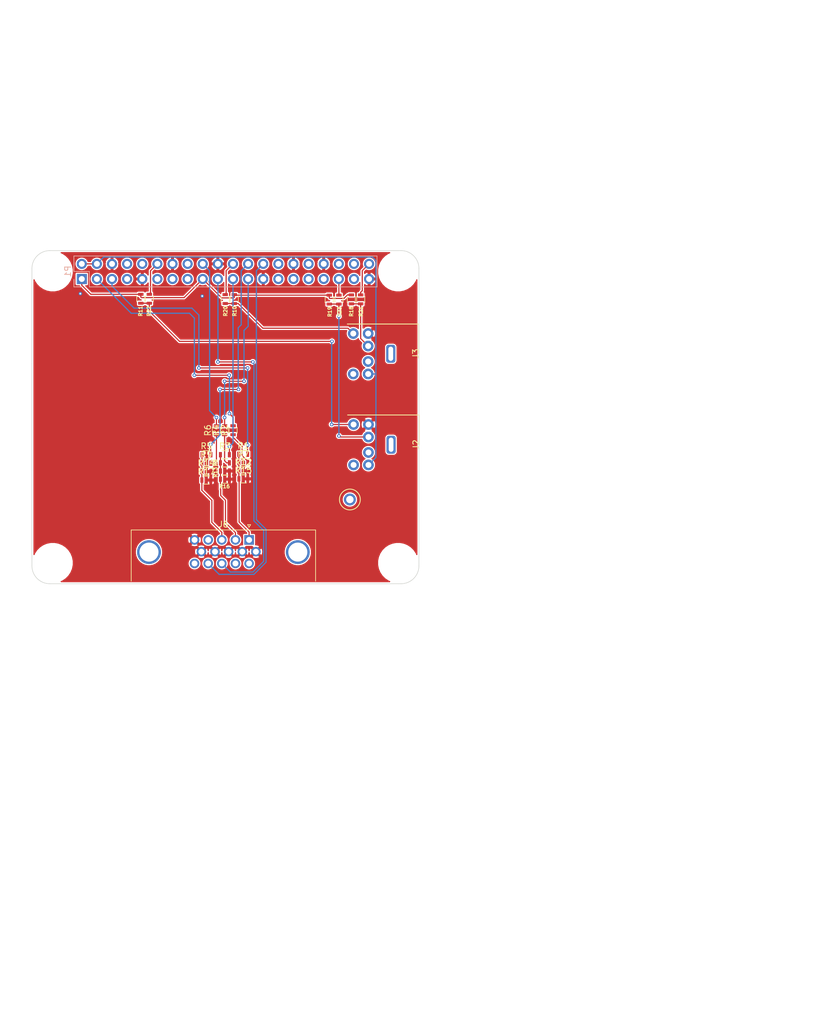
<source format=kicad_pcb>
(kicad_pcb (version 20171130) (host pcbnew "(5.1.0)-1")
  (title_block (title "Obsidian ESP32") (date 2019-05-05) (rev 1.2) (company "Single Board Solutions LLC") (comment 2 "This document describes Open Hardware and is licensed under the CERN OHL v. 1.2") (comment 3 "Copyright Thomas McKahan 2019"))
  (layers (0 F.Cu signal) (31 B.Cu signal) (34 B.Paste user) (35 F.Paste user) (36 B.SilkS user) (37 F.SilkS user) (38 B.Mask user) (39 F.Mask user) (44 Edge.Cuts user))
  (net 0 "")
  (net 1 +5V)
  (net 2 GND)
  (net 3 +3.3VP)
  (net 4 /TXD)
  (net 5 /RXD)
  (net 6 "Net-(J6-PadR2)")
  (net 7 RED)
  (net 8 GREEN)
  (net 9 BLUE)
  (net 10 "Net-(J6-Pad4)")
  (net 11 "Net-(J6-Pad11)")
  (net 12 "Net-(J6-Pad12)")
  (net 13 HSYNC)
  (net 14 VSYNC)
  (net 15 "Net-(J6-Pad15)")
  (net 16 KBD_DAT)
  (net 17 "Net-(P1-Pad38)")
  (net 18 "Net-(P1-Pad37)")
  (net 19 "Net-(P1-Pad36)")
  (net 20 PS2_DAT)
  (net 21 "Net-(P1-Pad33)")
  (net 22 "Net-(P1-Pad32)")
  (net 23 "Net-(P1-Pad31)")
  (net 24 "Net-(P1-Pad29)")
  (net 25 "Net-(P1-Pad28)")
  (net 26 "Net-(P1-Pad27)")
  (net 27 BLUE_MSB)
  (net 28 GREEN_LSB)
  (net 29 KBD_CLK)
  (net 30 GREEN_MSB)
  (net 31 BLUE_LSB)
  (net 32 "Net-(P1-Pad16)")
  (net 33 "Net-(P1-Pad15)")
  (net 34 "Net-(P1-Pad13)")
  (net 35 PS2_CLK)
  (net 36 "Net-(P1-Pad11)")
  (net 37 "Net-(P1-Pad7)")
  (net 38 RED_MSB)
  (net 39 RED_LSB)
  (net 40 "Net-(R2-Pad1)")
  (net 41 "Net-(R4-Pad1)")
  (net 42 "Net-(R6-Pad1)")
  (net 43 "Net-(J3-Pad5)")
  (net 44 "Net-(J2-Pad5)")
  (net 45 "Net-(J3-Pad1)")
  (net 46 "Net-(J2-Pad1)")
  (net 47 "Net-(J2-Pad2)")
  (net 48 "Net-(J2-Pad6)")
  (net 49 "Net-(J3-Pad6)")
  (net 50 "Net-(J3-Pad2)")
  (module Measurement_Points:Test_Point_Keystone_5010-5014_Multipurpose (layer F.Cu) (at 173.1395 97.422)
    (fp_text reference "Ring 2")
    (fp_text value Test_Point hide)
    (fp_circle (center 0 0) (end 1.75 0) (layer F.SilkS) (width 0.15))
    (pad 1 thru_hole circle (at 0 0) (size 2 2) (drill 1.25) (layers *.Cu *.Mask) (net 6 "Net-(J6-PadR2)"))
  )
  (module MountingHole:MountingHole_2.7mm_M2.5 (layer F.Cu) (at 181.236 108.0825)
    (fp_text reference MK4 hide)
    (fp_text value M2.5)
    (pad "" np_thru_hole circle (at 0 0) (size 2.7 2.7) (drill 2.7) (layers *.Cu *.Mask) (clearance 2))
  )
  (module MountingHole:MountingHole_2.7mm_M2.5 (layer F.Cu) (at 123.236 108.0825)
    (fp_text reference MK3 hide)
    (fp_text value M2.5)
    (pad "" np_thru_hole circle (at 0 0) (size 2.7 2.7) (drill 2.7) (layers *.Cu *.Mask) (clearance 2))
  )
  (module MountingHole:MountingHole_2.7mm_M2.5 (layer F.Cu) (at 181.236 59.0825 180)
    (fp_text reference MK2 hide)
    (fp_text value M2.5)
    (pad "" np_thru_hole circle (at 0 0 180) (size 2.7 2.7) (drill 2.7) (layers *.Cu *.Mask) (clearance 2))
  )
  (module MountingHole:MountingHole_2.7mm_M2.5 (layer F.Cu) (at 123.236 59.0825 180)
    (fp_text reference MK1 hide)
    (fp_text value M2.5)
    (pad "" np_thru_hole circle (at 0 0 180) (size 2.7 2.7) (drill 2.7) (layers *.Cu *.Mask) (clearance 2))
  )
  (module Socket_Strips:Socket_Strip_Straight_2x20_Pitch2.54mm (layer B.Cu) (at 128.106 60.3525 270)
    (fp_text reference P1 (at -1.27 2.33 270) (layer B.SilkS) (effects (justify mirror)))
    (fp_text value "2x40 2.54")
    (fp_line (start 1.33 1.33) (end 0.06 1.33) (layer B.SilkS) (width 0.12))
    (fp_line (start 1.33 0) (end 1.33 1.33) (layer B.SilkS) (width 0.12))
    (fp_line (start -1.27 -1.27) (end 1.33 -1.27) (layer B.SilkS) (width 0.12))
    (fp_line (start -1.27 1.33) (end -1.27 -1.27) (layer B.SilkS) (width 0.12))
    (fp_line (start -3.87 1.33) (end -1.27 1.33) (layer B.SilkS) (width 0.12))
    (fp_line (start -3.87 -49.59) (end -3.87 1.33) (layer B.SilkS) (width 0.12))
    (fp_line (start 1.33 -49.59) (end -3.87 -49.59) (layer B.SilkS) (width 0.12))
    (fp_line (start 1.33 -1.27) (end 1.33 -49.59) (layer B.SilkS) (width 0.12))
    (pad 40 thru_hole oval (at -2.54 -48.26 270) (size 1.7 1.7) (drill 1) (layers *.Cu *.Mask) (net 16 KBD_DAT))
    (pad 39 thru_hole oval (at 0 -48.26 270) (size 1.7 1.7) (drill 1) (layers *.Cu *.Mask) (net 2 GND))
    (pad 38 thru_hole oval (at -2.54 -45.72 270) (size 1.7 1.7) (drill 1) (layers *.Cu *.Mask) (net 17 "Net-(P1-Pad38)"))
    (pad 37 thru_hole oval (at 0 -45.72 270) (size 1.7 1.7) (drill 1) (layers *.Cu *.Mask) (net 18 "Net-(P1-Pad37)"))
    (pad 36 thru_hole oval (at -2.54 -43.18 270) (size 1.7 1.7) (drill 1) (layers *.Cu *.Mask) (net 19 "Net-(P1-Pad36)"))
    (pad 35 thru_hole oval (at 0 -43.18 270) (size 1.7 1.7) (drill 1) (layers *.Cu *.Mask) (net 20 PS2_DAT))
    (pad 34 thru_hole oval (at -2.54 -40.64 270) (size 1.7 1.7) (drill 1) (layers *.Cu *.Mask) (net 2 GND))
    (pad 33 thru_hole oval (at 0 -40.64 270) (size 1.7 1.7) (drill 1) (layers *.Cu *.Mask) (net 21 "Net-(P1-Pad33)"))
    (pad 32 thru_hole oval (at -2.54 -38.1 270) (size 1.7 1.7) (drill 1) (layers *.Cu *.Mask) (net 22 "Net-(P1-Pad32)"))
    (pad 31 thru_hole oval (at 0 -38.1 270) (size 1.7 1.7) (drill 1) (layers *.Cu *.Mask) (net 23 "Net-(P1-Pad31)"))
    (pad 30 thru_hole oval (at -2.54 -35.56 270) (size 1.7 1.7) (drill 1) (layers *.Cu *.Mask) (net 2 GND))
    (pad 29 thru_hole oval (at 0 -35.56 270) (size 1.7 1.7) (drill 1) (layers *.Cu *.Mask) (net 24 "Net-(P1-Pad29)"))
    (pad 28 thru_hole oval (at -2.54 -33.02 270) (size 1.7 1.7) (drill 1) (layers *.Cu *.Mask) (net 25 "Net-(P1-Pad28)"))
    (pad 27 thru_hole oval (at 0 -33.02 270) (size 1.7 1.7) (drill 1) (layers *.Cu *.Mask) (net 26 "Net-(P1-Pad27)"))
    (pad 26 thru_hole oval (at -2.54 -30.48 270) (size 1.7 1.7) (drill 1) (layers *.Cu *.Mask) (net 14 VSYNC))
    (pad 25 thru_hole oval (at 0 -30.48 270) (size 1.7 1.7) (drill 1) (layers *.Cu *.Mask) (net 2 GND))
    (pad 24 thru_hole oval (at -2.54 -27.94 270) (size 1.7 1.7) (drill 1) (layers *.Cu *.Mask) (net 27 BLUE_MSB))
    (pad 23 thru_hole oval (at 0 -27.94 270) (size 1.7 1.7) (drill 1) (layers *.Cu *.Mask) (net 28 GREEN_LSB))
    (pad 22 thru_hole oval (at -2.54 -25.4 270) (size 1.7 1.7) (drill 1) (layers *.Cu *.Mask) (net 29 KBD_CLK))
    (pad 21 thru_hole oval (at 0 -25.4 270) (size 1.7 1.7) (drill 1) (layers *.Cu *.Mask) (net 30 GREEN_MSB))
    (pad 20 thru_hole oval (at -2.54 -22.86 270) (size 1.7 1.7) (drill 1) (layers *.Cu *.Mask) (net 2 GND))
    (pad 19 thru_hole oval (at 0 -22.86 270) (size 1.7 1.7) (drill 1) (layers *.Cu *.Mask) (net 13 HSYNC))
    (pad 18 thru_hole oval (at -2.54 -20.32 270) (size 1.7 1.7) (drill 1) (layers *.Cu *.Mask) (net 31 BLUE_LSB))
    (pad 17 thru_hole oval (at 0 -20.32 270) (size 1.7 1.7) (drill 1) (layers *.Cu *.Mask) (net 3 +3.3VP))
    (pad 16 thru_hole oval (at -2.54 -17.78 270) (size 1.7 1.7) (drill 1) (layers *.Cu *.Mask) (net 32 "Net-(P1-Pad16)"))
    (pad 15 thru_hole oval (at 0 -17.78 270) (size 1.7 1.7) (drill 1) (layers *.Cu *.Mask) (net 33 "Net-(P1-Pad15)"))
    (pad 14 thru_hole oval (at -2.54 -15.24 270) (size 1.7 1.7) (drill 1) (layers *.Cu *.Mask) (net 2 GND))
    (pad 13 thru_hole oval (at 0 -15.24 270) (size 1.7 1.7) (drill 1) (layers *.Cu *.Mask) (net 34 "Net-(P1-Pad13)"))
    (pad 12 thru_hole oval (at -2.54 -12.7 270) (size 1.7 1.7) (drill 1) (layers *.Cu *.Mask) (net 35 PS2_CLK))
    (pad 11 thru_hole oval (at 0 -12.7 270) (size 1.7 1.7) (drill 1) (layers *.Cu *.Mask) (net 36 "Net-(P1-Pad11)"))
    (pad 10 thru_hole oval (at -2.54 -10.16 270) (size 1.7 1.7) (drill 1) (layers *.Cu *.Mask) (net 5 /RXD))
    (pad 9 thru_hole oval (at 0 -10.16 270) (size 1.7 1.7) (drill 1) (layers *.Cu *.Mask) (net 2 GND))
    (pad 8 thru_hole oval (at -2.54 -7.62 270) (size 1.7 1.7) (drill 1) (layers *.Cu *.Mask) (net 4 /TXD))
    (pad 7 thru_hole oval (at 0 -7.62 270) (size 1.7 1.7) (drill 1) (layers *.Cu *.Mask) (net 37 "Net-(P1-Pad7)"))
    (pad 6 thru_hole oval (at -2.54 -5.08 270) (size 1.7 1.7) (drill 1) (layers *.Cu *.Mask) (net 2 GND))
    (pad 5 thru_hole oval (at 0 -5.08 270) (size 1.7 1.7) (drill 1) (layers *.Cu *.Mask) (net 38 RED_MSB))
    (pad 4 thru_hole oval (at -2.54 -2.54 270) (size 1.7 1.7) (drill 1) (layers *.Cu *.Mask) (net 1 +5V))
    (pad 3 thru_hole oval (at 0 -2.54 270) (size 1.7 1.7) (drill 1) (layers *.Cu *.Mask) (net 39 RED_LSB))
    (pad 2 thru_hole oval (at -2.54 0 270) (size 1.7 1.7) (drill 1) (layers *.Cu *.Mask) (net 1 +5V))
    (pad 1 thru_hole rect (at 0 0 270) (size 1.7 1.7) (drill 1) (layers *.Cu *.Mask) (net 3 +3.3VP))
  )
  (module Resistors_SMD:R_0603 (layer F.Cu) (at 155.231001 89.818101)
    (fp_text reference R1 (at 0 -1.45) (layer F.SilkS))
    (fp_text value 270)
    (fp_line (start -0.5 -0.68) (end 0.5 -0.68) (layer F.SilkS) (width 0.12))
    (fp_line (start 0.5 0.68) (end -0.5 0.68) (layer F.SilkS) (width 0.12))
    (pad 2 smd rect (at 0.75 0) (size 0.5 0.9) (layers F.Cu F.Paste F.Mask) (net 38 RED_MSB))
    (pad 1 smd rect (at -0.75 0) (size 0.5 0.9) (layers F.Cu F.Paste F.Mask) (net 7 RED))
  )
  (module Resistors_SMD:R_0603 (layer F.Cu) (at 153.518 85.7761 90)
    (fp_text reference R2 (at 0 -1.45 90) (layer F.SilkS))
    (fp_text value 270)
    (fp_line (start 0.5 0.68) (end -0.5 0.68) (layer F.SilkS) (width 0.12))
    (fp_line (start -0.5 -0.68) (end 0.5 -0.68) (layer F.SilkS) (width 0.12))
    (pad 1 smd rect (at -0.75 0 90) (size 0.5 0.9) (layers F.Cu F.Paste F.Mask) (net 40 "Net-(R2-Pad1)"))
    (pad 2 smd rect (at 0.75 0 90) (size 0.5 0.9) (layers F.Cu F.Paste F.Mask) (net 39 RED_LSB))
  )
  (module Resistors_SMD:R_0603 (layer F.Cu) (at 152.1464 89.8909)
    (fp_text reference R3 (at 0 -1.45) (layer F.SilkS))
    (fp_text value 270)
    (fp_line (start -0.5 -0.68) (end 0.5 -0.68) (layer F.SilkS) (width 0.12))
    (fp_line (start 0.5 0.68) (end -0.5 0.68) (layer F.SilkS) (width 0.12))
    (pad 2 smd rect (at 0.75 0) (size 0.5 0.9) (layers F.Cu F.Paste F.Mask) (net 30 GREEN_MSB))
    (pad 1 smd rect (at -0.75 0) (size 0.5 0.9) (layers F.Cu F.Paste F.Mask) (net 8 GREEN))
  )
  (module Resistors_SMD:R_0603 (layer F.Cu) (at 152.0956 85.7761 90)
    (fp_text reference R4 (at 0 -1.45 90) (layer F.SilkS))
    (fp_text value 270)
    (fp_line (start 0.5 0.68) (end -0.5 0.68) (layer F.SilkS) (width 0.12))
    (fp_line (start -0.5 -0.68) (end 0.5 -0.68) (layer F.SilkS) (width 0.12))
    (pad 1 smd rect (at -0.75 0 90) (size 0.5 0.9) (layers F.Cu F.Paste F.Mask) (net 41 "Net-(R4-Pad1)"))
    (pad 2 smd rect (at 0.75 0 90) (size 0.5 0.9) (layers F.Cu F.Paste F.Mask) (net 28 GREEN_LSB))
  )
  (module Resistors_SMD:R_0603 (layer F.Cu) (at 149.0476 89.8909)
    (fp_text reference R5 (at 0 -1.45) (layer F.SilkS))
    (fp_text value 270)
    (fp_line (start 0.5 0.68) (end -0.5 0.68) (layer F.SilkS) (width 0.12))
    (fp_line (start -0.5 -0.68) (end 0.5 -0.68) (layer F.SilkS) (width 0.12))
    (pad 1 smd rect (at -0.75 0) (size 0.5 0.9) (layers F.Cu F.Paste F.Mask) (net 9 BLUE))
    (pad 2 smd rect (at 0.75 0) (size 0.5 0.9) (layers F.Cu F.Paste F.Mask) (net 27 BLUE_MSB))
  )
  (module Resistors_SMD:R_0603 (layer F.Cu) (at 150.724 85.7881 90)
    (fp_text reference R6 (at 0 -1.45 90) (layer F.SilkS))
    (fp_text value 270)
    (fp_line (start -0.5 -0.68) (end 0.5 -0.68) (layer F.SilkS) (width 0.12))
    (fp_line (start 0.5 0.68) (end -0.5 0.68) (layer F.SilkS) (width 0.12))
    (pad 2 smd rect (at 0.75 0 90) (size 0.5 0.9) (layers F.Cu F.Paste F.Mask) (net 31 BLUE_LSB))
    (pad 1 smd rect (at -0.75 0 90) (size 0.5 0.9) (layers F.Cu F.Paste F.Mask) (net 42 "Net-(R6-Pad1)"))
  )
  (module Resistors_SMD:R_0603 (layer F.Cu) (at 155.2452 91.2117)
    (fp_text reference R7 (at 0 -1.45) (layer F.SilkS))
    (fp_text value 270)
    (fp_line (start -0.5 -0.68) (end 0.5 -0.68) (layer F.SilkS) (width 0.12))
    (fp_line (start 0.5 0.68) (end -0.5 0.68) (layer F.SilkS) (width 0.12))
    (pad 2 smd rect (at 0.75 0) (size 0.5 0.9) (layers F.Cu F.Paste F.Mask) (net 40 "Net-(R2-Pad1)"))
    (pad 1 smd rect (at -0.75 0) (size 0.5 0.9) (layers F.Cu F.Paste F.Mask) (net 7 RED))
  )
  (module Resistors_SMD:R_0603 (layer F.Cu) (at 152.1464 91.2625)
    (fp_text reference R8 (at -1.5748 0 90) (layer F.SilkS) (effects (font (size 0.6 0.6))))
    (fp_text value 270)
    (fp_line (start -0.5 -0.68) (end 0.5 -0.68) (layer F.SilkS) (width 0.12))
    (fp_line (start 0.5 0.68) (end -0.5 0.68) (layer F.SilkS) (width 0.12))
    (pad 2 smd rect (at 0.75 0) (size 0.5 0.9) (layers F.Cu F.Paste F.Mask) (net 41 "Net-(R4-Pad1)"))
    (pad 1 smd rect (at -0.75 0) (size 0.5 0.9) (layers F.Cu F.Paste F.Mask) (net 8 GREEN))
  )
  (module Resistors_SMD:R_0603 (layer F.Cu) (at 149.0356 91.3133)
    (fp_text reference R9 (at 0 -1.45) (layer F.SilkS))
    (fp_text value 270)
    (fp_line (start 0.5 0.68) (end -0.5 0.68) (layer F.SilkS) (width 0.12))
    (fp_line (start -0.5 -0.68) (end 0.5 -0.68) (layer F.SilkS) (width 0.12))
    (pad 1 smd rect (at -0.75 0) (size 0.5 0.9) (layers F.Cu F.Paste F.Mask) (net 9 BLUE))
    (pad 2 smd rect (at 0.75 0) (size 0.5 0.9) (layers F.Cu F.Paste F.Mask) (net 42 "Net-(R6-Pad1)"))
  )
  (module Resistors_SMD:R_0603 (layer F.Cu) (at 153.7212 63.7289 270)
    (fp_text reference R10 (at 2.032 -0.0508 270) (layer F.SilkS) (effects (font (size 0.6 0.6))))
    (fp_text value 10k)
    (fp_line (start -0.5 -0.68) (end 0.5 -0.68) (layer F.SilkS) (width 0.12))
    (fp_line (start 0.5 0.68) (end -0.5 0.68) (layer F.SilkS) (width 0.12))
    (pad 2 smd rect (at 0.75 0 270) (size 0.5 0.9) (layers F.Cu F.Paste F.Mask) (net 43 "Net-(J3-Pad5)"))
    (pad 1 smd rect (at -0.75 0 270) (size 0.5 0.9) (layers F.Cu F.Paste F.Mask) (net 3 +3.3VP))
  )
  (module Resistors_SMD:R_0603 (layer F.Cu) (at 138.024 63.6781 90)
    (fp_text reference R11 (at -2.0828 -0.0508 90) (layer F.SilkS) (effects (font (size 0.6 0.6))))
    (fp_text value 10k)
    (fp_line (start -0.5 -0.68) (end 0.5 -0.68) (layer F.SilkS) (width 0.12))
    (fp_line (start 0.5 0.68) (end -0.5 0.68) (layer F.SilkS) (width 0.12))
    (pad 2 smd rect (at 0.75 0 90) (size 0.5 0.9) (layers F.Cu F.Paste F.Mask) (net 3 +3.3VP))
    (pad 1 smd rect (at -0.75 0 90) (size 0.5 0.9) (layers F.Cu F.Paste F.Mask) (net 44 "Net-(J2-Pad5)"))
  )
  (module Resistors_SMD:R_0603 (layer F.Cu) (at 155.2452 92.5833)
    (fp_text reference R12 (at 0 -1.45) (layer F.SilkS))
    (fp_text value 270)
    (fp_line (start -0.5 -0.68) (end 0.5 -0.68) (layer F.SilkS) (width 0.12))
    (fp_line (start 0.5 0.68) (end -0.5 0.68) (layer F.SilkS) (width 0.12))
    (pad 2 smd rect (at 0.75 0) (size 0.5 0.9) (layers F.Cu F.Paste F.Mask) (net 2 GND))
    (pad 1 smd rect (at -0.75 0) (size 0.5 0.9) (layers F.Cu F.Paste F.Mask) (net 7 RED))
  )
  (module Resistors_SMD:R_0603 (layer F.Cu) (at 152.1464 92.6341)
    (fp_text reference R13 (at -1.5748 0.2032 90) (layer F.SilkS) (effects (font (size 0.6 0.6))))
    (fp_text value 270)
    (fp_line (start 0.5 0.68) (end -0.5 0.68) (layer F.SilkS) (width 0.12))
    (fp_line (start -0.5 -0.68) (end 0.5 -0.68) (layer F.SilkS) (width 0.12))
    (pad 1 smd rect (at -0.75 0) (size 0.5 0.9) (layers F.Cu F.Paste F.Mask) (net 8 GREEN))
    (pad 2 smd rect (at 0.75 0) (size 0.5 0.9) (layers F.Cu F.Paste F.Mask) (net 2 GND))
  )
  (module Resistors_SMD:R_0603 (layer F.Cu) (at 149.0356 92.727701)
    (fp_text reference R14 (at 0 -1.45) (layer F.SilkS))
    (fp_text value 270)
    (fp_line (start -0.5 -0.68) (end 0.5 -0.68) (layer F.SilkS) (width 0.12))
    (fp_line (start 0.5 0.68) (end -0.5 0.68) (layer F.SilkS) (width 0.12))
    (pad 2 smd rect (at 0.75 0) (size 0.5 0.9) (layers F.Cu F.Paste F.Mask) (net 2 GND))
    (pad 1 smd rect (at -0.75 0) (size 0.5 0.9) (layers F.Cu F.Paste F.Mask) (net 9 BLUE))
  )
  (module Resistors_SMD:R_0603 (layer F.Cu) (at 155.2452 93.9549)
    (fp_text reference R15 (at 0 -1.45) (layer F.SilkS))
    (fp_text value 270)
    (fp_line (start 0.5 0.68) (end -0.5 0.68) (layer F.SilkS) (width 0.12))
    (fp_line (start -0.5 -0.68) (end 0.5 -0.68) (layer F.SilkS) (width 0.12))
    (pad 1 smd rect (at -0.75 0) (size 0.5 0.9) (layers F.Cu F.Paste F.Mask) (net 7 RED))
    (pad 2 smd rect (at 0.75 0) (size 0.5 0.9) (layers F.Cu F.Paste F.Mask) (net 2 GND))
  )
  (module Resistors_SMD:R_0603 (layer F.Cu) (at 152.1464 94.0057)
    (fp_text reference R16 (at -0.0508 1.2192 180) (layer F.SilkS) (effects (font (size 0.6 0.6))))
    (fp_text value 270)
    (fp_line (start -0.5 -0.68) (end 0.5 -0.68) (layer F.SilkS) (width 0.12))
    (fp_line (start 0.5 0.68) (end -0.5 0.68) (layer F.SilkS) (width 0.12))
    (pad 2 smd rect (at 0.75 0) (size 0.5 0.9) (layers F.Cu F.Paste F.Mask) (net 2 GND))
    (pad 1 smd rect (at -0.75 0) (size 0.5 0.9) (layers F.Cu F.Paste F.Mask) (net 8 GREEN))
  )
  (module Resistors_SMD:R_0603 (layer F.Cu) (at 149.027401 94.1581)
    (fp_text reference R17 (at 0 -1.45) (layer F.SilkS))
    (fp_text value 270)
    (fp_line (start 0.5 0.68) (end -0.5 0.68) (layer F.SilkS) (width 0.12))
    (fp_line (start -0.5 -0.68) (end 0.5 -0.68) (layer F.SilkS) (width 0.12))
    (pad 1 smd rect (at -0.75 0) (size 0.5 0.9) (layers F.Cu F.Paste F.Mask) (net 9 BLUE))
    (pad 2 smd rect (at 0.75 0) (size 0.5 0.9) (layers F.Cu F.Paste F.Mask) (net 2 GND))
  )
  (module Resistors_SMD:R_0603 (layer F.Cu) (at 173.3808 63.7797 270)
    (fp_text reference R18 (at 2.032 0 270) (layer F.SilkS) (effects (font (size 0.6 0.6))))
    (fp_text value 10k)
    (fp_line (start 0.5 0.68) (end -0.5 0.68) (layer F.SilkS) (width 0.12))
    (fp_line (start -0.5 -0.68) (end 0.5 -0.68) (layer F.SilkS) (width 0.12))
    (pad 1 smd rect (at -0.75 0 270) (size 0.5 0.9) (layers F.Cu F.Paste F.Mask) (net 3 +3.3VP))
    (pad 2 smd rect (at 0.75 0 270) (size 0.5 0.9) (layers F.Cu F.Paste F.Mask) (net 45 "Net-(J3-Pad1)"))
  )
  (module Resistors_SMD:R_0603 (layer F.Cu) (at 169.6724 63.8185 270)
    (fp_text reference R19 (at 2.044 -0.1016 270) (layer F.SilkS) (effects (font (size 0.6 0.6))))
    (fp_text value 10k)
    (fp_line (start 0.5 0.68) (end -0.5 0.68) (layer F.SilkS) (width 0.12))
    (fp_line (start -0.5 -0.68) (end 0.5 -0.68) (layer F.SilkS) (width 0.12))
    (pad 1 smd rect (at -0.75 0 270) (size 0.5 0.9) (layers F.Cu F.Paste F.Mask) (net 3 +3.3VP))
    (pad 2 smd rect (at 0.75 0 270) (size 0.5 0.9) (layers F.Cu F.Paste F.Mask) (net 46 "Net-(J2-Pad1)"))
  )
  (module Resistors_SMD:R_0603 (layer F.Cu) (at 152.1972 63.7289 270)
    (fp_text reference R20 (at 2.032 -0.0508 270) (layer F.SilkS) (effects (font (size 0.6 0.6))))
    (fp_text value 100)
    (fp_line (start -0.5 -0.68) (end 0.5 -0.68) (layer F.SilkS) (width 0.12))
    (fp_line (start 0.5 0.68) (end -0.5 0.68) (layer F.SilkS) (width 0.12))
    (pad 2 smd rect (at 0.75 0 270) (size 0.5 0.9) (layers F.Cu F.Paste F.Mask) (net 43 "Net-(J3-Pad5)"))
    (pad 1 smd rect (at -0.75 0 270) (size 0.5 0.9) (layers F.Cu F.Paste F.Mask) (net 29 KBD_CLK))
  )
  (module Resistors_SMD:R_0603 (layer F.Cu) (at 174.9556 63.7797 270)
    (fp_text reference R21 (at 2.032 -0.0508 270) (layer F.SilkS) (effects (font (size 0.6 0.6))))
    (fp_text value 100)
    (fp_line (start 0.5 0.68) (end -0.5 0.68) (layer F.SilkS) (width 0.12))
    (fp_line (start -0.5 -0.68) (end 0.5 -0.68) (layer F.SilkS) (width 0.12))
    (pad 1 smd rect (at -0.75 0 270) (size 0.5 0.9) (layers F.Cu F.Paste F.Mask) (net 16 KBD_DAT))
    (pad 2 smd rect (at 0.75 0 270) (size 0.5 0.9) (layers F.Cu F.Paste F.Mask) (net 45 "Net-(J3-Pad1)"))
  )
  (module Resistors_SMD:R_0603 (layer F.Cu) (at 139.4464 63.6781 270)
    (fp_text reference R22 (at 2.0828 0.0508 270) (layer F.SilkS) (effects (font (size 0.6 0.6))))
    (fp_text value 100)
    (fp_line (start -0.5 -0.68) (end 0.5 -0.68) (layer F.SilkS) (width 0.12))
    (fp_line (start 0.5 0.68) (end -0.5 0.68) (layer F.SilkS) (width 0.12))
    (pad 2 smd rect (at 0.75 0 270) (size 0.5 0.9) (layers F.Cu F.Paste F.Mask) (net 44 "Net-(J2-Pad5)"))
    (pad 1 smd rect (at -0.75 0 270) (size 0.5 0.9) (layers F.Cu F.Paste F.Mask) (net 35 PS2_CLK))
  )
  (module Resistors_SMD:R_0603 (layer F.Cu) (at 171.298 63.8185 270)
    (fp_text reference R23 (at 2.044 -0.1016 270) (layer F.SilkS) (effects (font (size 0.6 0.6))))
    (fp_text value 100)
    (fp_line (start 0.5 0.68) (end -0.5 0.68) (layer F.SilkS) (width 0.12))
    (fp_line (start -0.5 -0.68) (end 0.5 -0.68) (layer F.SilkS) (width 0.12))
    (pad 1 smd rect (at -0.75 0 270) (size 0.5 0.9) (layers F.Cu F.Paste F.Mask) (net 20 PS2_DAT))
    (pad 2 smd rect (at 0.75 0 270) (size 0.5 0.9) (layers F.Cu F.Paste F.Mask) (net 46 "Net-(J2-Pad1)"))
  )
  (module Connector_Dsub:DSUB-15-HD_Female_Horizontal_P2.29x1.98mm_EdgePinOffset3.03mm_Housed_MountingHolesOffset4.94mm (layer F.Cu) (at 156.2104 104.2165)
    (fp_text reference J6 (at -4.315 -2.61) (layer F.SilkS))
    (fp_text value DB15_Female_HighDensity)
    (fp_line (start -19.8 6.93) (end -19.8 -1.67) (layer F.SilkS) (width 0.12))
    (fp_line (start -19.8 -1.67) (end 11.17 -1.67) (layer F.SilkS) (width 0.12))
    (fp_line (start 11.17 -1.67) (end 11.17 6.93) (layer F.SilkS) (width 0.12))
    (fp_line (start -0.25 -2.564338) (end 0.25 -2.564338) (layer F.SilkS) (width 0.12))
    (fp_line (start 0.25 -2.564338) (end 0 -2.131325) (layer F.SilkS) (width 0.12))
    (fp_line (start 0 -2.131325) (end -0.25 -2.564338) (layer F.SilkS) (width 0.12))
    (pad 1 thru_hole rect (at 0 0) (size 1.6 1.6) (drill 1) (layers *.Cu *.Mask) (net 7 RED))
    (pad 2 thru_hole circle (at -2.29 0) (size 1.6 1.6) (drill 1) (layers *.Cu *.Mask) (net 8 GREEN))
    (pad 3 thru_hole circle (at -4.58 0) (size 1.6 1.6) (drill 1) (layers *.Cu *.Mask) (net 9 BLUE))
    (pad 4 thru_hole circle (at -6.87 0) (size 1.6 1.6) (drill 1) (layers *.Cu *.Mask) (net 10 "Net-(J6-Pad4)"))
    (pad 5 thru_hole circle (at -9.16 0) (size 1.6 1.6) (drill 1) (layers *.Cu *.Mask) (net 2 GND))
    (pad 6 thru_hole circle (at 1.145 1.98) (size 1.6 1.6) (drill 1) (layers *.Cu *.Mask) (net 2 GND))
    (pad 7 thru_hole circle (at -1.145 1.98) (size 1.6 1.6) (drill 1) (layers *.Cu *.Mask) (net 2 GND))
    (pad 8 thru_hole circle (at -3.435 1.98) (size 1.6 1.6) (drill 1) (layers *.Cu *.Mask) (net 2 GND))
    (pad 9 thru_hole circle (at -5.725 1.98) (size 1.6 1.6) (drill 1) (layers *.Cu *.Mask) (net 2 GND))
    (pad 10 thru_hole circle (at -8.015 1.98) (size 1.6 1.6) (drill 1) (layers *.Cu *.Mask) (net 2 GND))
    (pad 11 thru_hole circle (at 0 3.96) (size 1.6 1.6) (drill 1) (layers *.Cu *.Mask) (net 11 "Net-(J6-Pad11)"))
    (pad 12 thru_hole circle (at -2.29 3.96) (size 1.6 1.6) (drill 1) (layers *.Cu *.Mask) (net 12 "Net-(J6-Pad12)"))
    (pad 13 thru_hole circle (at -4.58 3.96) (size 1.6 1.6) (drill 1) (layers *.Cu *.Mask) (net 13 HSYNC))
    (pad 14 thru_hole circle (at -6.87 3.96) (size 1.6 1.6) (drill 1) (layers *.Cu *.Mask) (net 14 VSYNC))
    (pad 15 thru_hole circle (at -9.16 3.96) (size 1.6 1.6) (drill 1) (layers *.Cu *.Mask) (net 15 "Net-(J6-Pad15)"))
    (pad 0 thru_hole circle (at -16.815 2.05) (size 4 4) (drill 3.2) (layers *.Cu *.Mask))
    (pad 0 thru_hole circle (at 8.185 2.05) (size 4 4) (drill 3.2) (layers *.Cu *.Mask))
  )
  (module Connector:mini-din-6-CUI_MD60S (layer F.Cu) (at 184.76 88.2145 270)
    (fp_text reference J2 (at 0 0.5 270) (layer F.SilkS))
    (fp_text value Mini-DIN-6)
    (fp_line (start 0 0) (end -5 0) (layer F.SilkS) (width 0.15))
    (fp_line (start -5 0) (end -5 12) (layer F.SilkS) (width 0.15))
    (pad "" thru_hole roundrect (at 0 4.7 270) (size 3 1.524) (drill oval 2.4 0.8) (layers *.Cu *.Mask))
    (pad 1 thru_hole circle (at -1.3 8.5 270) (size 1.8 1.8) (drill 1) (layers *.Cu *.Mask) (net 46 "Net-(J2-Pad1)"))
    (pad 2 thru_hole circle (at 1.3 8.5 270) (size 1.8 1.8) (drill 1) (layers *.Cu *.Mask) (net 47 "Net-(J2-Pad2)"))
    (pad 4 thru_hole circle (at 3.4 8.5 270) (size 1.8 1.8) (drill 1) (layers *.Cu *.Mask) (net 1 +5V))
    (pad 3 thru_hole circle (at -3.4 8.5 270) (size 1.8 1.8) (drill 1) (layers *.Cu *.Mask) (net 2 GND))
    (pad 6 thru_hole circle (at 3.4 11 270) (size 1.8 1.8) (drill 1) (layers *.Cu *.Mask) (net 48 "Net-(J2-Pad6)"))
    (pad 5 thru_hole circle (at -3.4 11 270) (size 1.8 1.8) (drill 1) (layers *.Cu *.Mask) (net 44 "Net-(J2-Pad5)"))
  )
  (module Connector:mini-din-6-CUI_MD60S (layer F.Cu) (at 184.7092 72.9237 270)
    (fp_text reference J3 (at 0 0.5 270) (layer F.SilkS))
    (fp_text value Mini-DIN-6)
    (fp_line (start -5 0) (end -5 12) (layer F.SilkS) (width 0.15))
    (fp_line (start 0 0) (end -5 0) (layer F.SilkS) (width 0.15))
    (pad 5 thru_hole circle (at -3.4 11 270) (size 1.8 1.8) (drill 1) (layers *.Cu *.Mask) (net 43 "Net-(J3-Pad5)"))
    (pad 6 thru_hole circle (at 3.4 11 270) (size 1.8 1.8) (drill 1) (layers *.Cu *.Mask) (net 49 "Net-(J3-Pad6)"))
    (pad 3 thru_hole circle (at -3.4 8.5 270) (size 1.8 1.8) (drill 1) (layers *.Cu *.Mask) (net 2 GND))
    (pad 4 thru_hole circle (at 3.4 8.5 270) (size 1.8 1.8) (drill 1) (layers *.Cu *.Mask) (net 1 +5V))
    (pad 2 thru_hole circle (at 1.3 8.5 270) (size 1.8 1.8) (drill 1) (layers *.Cu *.Mask) (net 50 "Net-(J3-Pad2)"))
    (pad 1 thru_hole circle (at -1.3 8.5 270) (size 1.8 1.8) (drill 1) (layers *.Cu *.Mask) (net 45 "Net-(J3-Pad1)"))
    (pad "" thru_hole roundrect (at 0 4.7 270) (size 3 1.524) (drill oval 2.4 0.8) (layers *.Cu *.Mask))
  )
  (gr_line (start 119.736 74.5825) (end 119.736 92.5825) (layer Edge.Cuts) (width 0.1))
  (gr_line (start 119.736 58.5825) (end 119.736 74.5825) (layer Edge.Cuts) (width 0.1))
  (gr_arc (start 181.736 58.5825) (end 181.736 55.5825) (angle 90) (layer Edge.Cuts) (width 0.1))
  (gr_arc (start 181.736 108.5825) (end 184.736 108.5825) (angle 90) (layer Edge.Cuts) (width 0.1))
  (gr_arc (start 122.736 108.5825) (end 122.736 111.5825) (angle 90) (layer Edge.Cuts) (width 0.1))
  (gr_arc (start 122.736 58.5825) (end 119.736 58.5825) (angle 90) (layer Edge.Cuts) (width 0.1))
  (gr_line (start 181.736 55.5825) (end 122.736 55.5825) (layer Edge.Cuts) (width 0.1))
  (gr_line (start 184.736 108.5825) (end 184.736 58.5825) (layer Edge.Cuts) (width 0.1))
  (gr_line (start 122.736 111.5825) (end 181.736 111.5825) (layer Edge.Cuts) (width 0.1))
  (gr_line (start 119.736 92.5825) (end 119.736 108.5825) (layer Edge.Cuts) (width 0.1))
  (segment (start 128.106 58.112498) (end 128.106 57.8125) (width 0.2) (layer F.Cu) (net 1))
  (segment (start 127.986 58.112498) (end 128.106 58.112498) (width 0.5) (layer F.Cu) (net 1))
  (segment (start 129.308081 57.8125) (end 130.646 57.8125) (width 0.2) (layer F.Cu) (net 1))
  (segment (start 128.106 57.8125) (end 129.308081 57.8125) (width 0.2) (layer F.Cu) (net 1))
  (segment (start 177.516001 76.3237) (end 176.2092 76.3237) (width 0.2) (layer B.Cu) (net 1))
  (segment (start 177.516001 57.260499) (end 177.516001 76.3237) (width 0.2) (layer B.Cu) (net 1))
  (segment (start 176.918001 56.662499) (end 177.516001 57.260499) (width 0.2) (layer B.Cu) (net 1))
  (segment (start 130.646 57.8125) (end 131.796001 56.662499) (width 0.2) (layer B.Cu) (net 1))
  (segment (start 131.796001 56.662499) (end 176.918001 56.662499) (width 0.2) (layer B.Cu) (net 1))
  (segment (start 177.516001 90.358499) (end 177.516001 76.3237) (width 0.2) (layer B.Cu) (net 1))
  (segment (start 176.26 91.6145) (end 177.516001 90.358499) (width 0.2) (layer B.Cu) (net 1))
  (via (at 148.3364 63.2209) (size 0.6) (drill 0.3) (layers F.Cu B.Cu) (net 2))
  (via (at 127.864 62.8145) (size 0.6) (drill 0.3) (layers F.Cu B.Cu) (net 2))
  (segment (start 127.737 60.7215) (end 128.106 60.3525) (width 0.2) (layer F.Cu) (net 3))
  (segment (start 128.2196 60.4661) (end 128.106 60.3525) (width 0.2) (layer F.Cu) (net 3))
  (segment (start 149.275999 61.202499) (end 148.426 60.3525) (width 0.2) (layer F.Cu) (net 3))
  (segment (start 151.602401 63.528901) (end 149.275999 61.202499) (width 0.2) (layer F.Cu) (net 3))
  (segment (start 153.621199 63.528901) (end 151.602401 63.528901) (width 0.2) (layer F.Cu) (net 3))
  (segment (start 153.7212 63.4289) (end 153.621199 63.528901) (width 0.2) (layer F.Cu) (net 3))
  (segment (start 153.7212 62.9789) (end 153.7212 63.4289) (width 0.2) (layer F.Cu) (net 3))
  (segment (start 128.106 61.4025) (end 128.106 60.3525) (width 0.2) (layer F.Cu) (net 3))
  (segment (start 129.6316 62.9281) (end 128.106 61.4025) (width 0.2) (layer F.Cu) (net 3))
  (segment (start 138.024 62.9281) (end 129.6316 62.9281) (width 0.2) (layer F.Cu) (net 3))
  (segment (start 147.576001 61.202499) (end 148.426 60.3525) (width 0.2) (layer F.Cu) (net 3))
  (segment (start 145.300399 63.478101) (end 147.576001 61.202499) (width 0.2) (layer F.Cu) (net 3))
  (segment (start 138.124001 63.478101) (end 145.300399 63.478101) (width 0.2) (layer F.Cu) (net 3))
  (segment (start 138.024 63.3781) (end 138.124001 63.478101) (width 0.2) (layer F.Cu) (net 3))
  (segment (start 138.024 62.9281) (end 138.024 63.3781) (width 0.2) (layer F.Cu) (net 3))
  (segment (start 172.7308 63.0297) (end 173.3808 63.0297) (width 0.2) (layer F.Cu) (net 3))
  (segment (start 172.141999 63.618501) (end 172.7308 63.0297) (width 0.2) (layer F.Cu) (net 3))
  (segment (start 169.772401 63.618501) (end 172.141999 63.618501) (width 0.2) (layer F.Cu) (net 3))
  (segment (start 169.6724 63.5185) (end 169.772401 63.618501) (width 0.2) (layer F.Cu) (net 3))
  (segment (start 169.6724 63.0685) (end 169.6724 63.5185) (width 0.2) (layer F.Cu) (net 3))
  (segment (start 153.8108 63.0685) (end 153.7212 62.9789) (width 0.2) (layer F.Cu) (net 3))
  (segment (start 169.6724 63.0685) (end 153.8108 63.0685) (width 0.2) (layer F.Cu) (net 3))
  (segment (start 135.726 57.9625) (end 135.726 57.8125) (width 0.2) (layer F.Cu) (net 4))
  (segment (start 138.266 57.9625) (end 138.266 57.8125) (width 0.2) (layer F.Cu) (net 5))
  (segment (start 138.266 57.8227) (end 138.266 57.8125) (width 0.2) (layer F.Cu) (net 5))
  (segment (start 154.4952 93.9549) (end 154.4952 92.5833) (width 0.2) (layer F.Cu) (net 7))
  (segment (start 154.4952 92.5833) (end 154.4952 91.2117) (width 0.2) (layer F.Cu) (net 7))
  (segment (start 154.481001 91.197501) (end 154.4952 91.2117) (width 0.2) (layer F.Cu) (net 7))
  (segment (start 154.481001 89.818101) (end 154.481001 91.197501) (width 0.2) (layer F.Cu) (net 7))
  (segment (start 156.2104 102.8957) (end 156.2104 104.2165) (width 0.2) (layer F.Cu) (net 7))
  (segment (start 154.534 101.2193) (end 156.2104 102.8957) (width 0.2) (layer F.Cu) (net 7))
  (segment (start 154.4952 93.9549) (end 154.534 93.9937) (width 0.2) (layer F.Cu) (net 7))
  (segment (start 154.534 93.9937) (end 154.534 101.2193) (width 0.2) (layer F.Cu) (net 7))
  (segment (start 151.3964 89.8909) (end 151.3964 91.2625) (width 0.2) (layer F.Cu) (net 8))
  (segment (start 151.3964 91.2625) (end 151.3964 92.6341) (width 0.2) (layer F.Cu) (net 8))
  (segment (start 151.3964 92.6341) (end 151.3964 94.0057) (width 0.2) (layer F.Cu) (net 8))
  (segment (start 151.2988 94.1033) (end 151.3964 94.0057) (width 0.2) (layer F.Cu) (net 8))
  (segment (start 153.9204 102.9933) (end 153.9204 104.2165) (width 0.2) (layer F.Cu) (net 8))
  (segment (start 151.3964 95.727298) (end 151.444001 95.774899) (width 0.2) (layer F.Cu) (net 8))
  (segment (start 151.3964 94.0057) (end 151.3964 95.727298) (width 0.2) (layer F.Cu) (net 8))
  (segment (start 151.444001 95.774899) (end 151.444001 96.761701) (width 0.2) (layer F.Cu) (net 8))
  (segment (start 151.444001 96.761701) (end 152.244 97.5617) (width 0.2) (layer F.Cu) (net 8))
  (segment (start 152.244 97.5617) (end 152.244 101.3169) (width 0.2) (layer F.Cu) (net 8))
  (segment (start 152.244 101.3169) (end 153.9204 102.9933) (width 0.2) (layer F.Cu) (net 8))
  (segment (start 148.2976 91.3013) (end 148.2856 91.3133) (width 0.2) (layer F.Cu) (net 9))
  (segment (start 148.2976 89.8909) (end 148.2976 91.3013) (width 0.2) (layer F.Cu) (net 9))
  (segment (start 148.2856 92.727701) (end 148.2856 91.3133) (width 0.2) (layer F.Cu) (net 9))
  (segment (start 148.277401 92.7359) (end 148.2856 92.727701) (width 0.2) (layer F.Cu) (net 9))
  (segment (start 148.277401 94.1581) (end 148.277401 92.7359) (width 0.2) (layer F.Cu) (net 9))
  (segment (start 148.277401 95.885101) (end 148.277401 94.1581) (width 0.2) (layer F.Cu) (net 9))
  (segment (start 149.954 97.5617) (end 148.277401 95.885101) (width 0.2) (layer F.Cu) (net 9))
  (segment (start 149.954 101.2621) (end 149.954 97.5617) (width 0.2) (layer F.Cu) (net 9))
  (segment (start 151.6304 104.2165) (end 151.6304 102.9385) (width 0.2) (layer F.Cu) (net 9))
  (segment (start 151.6304 102.9385) (end 149.954 101.2621) (width 0.2) (layer F.Cu) (net 9))
  (segment (start 150.9526 60.3659) (end 150.966 60.3525) (width 0.2) (layer F.Cu) (net 13))
  (via (at 156.835999 74.2953) (size 0.6) (drill 0.3) (layers F.Cu B.Cu) (net 13))
  (via (at 150.978 74.2953) (size 0.6) (drill 0.3) (layers F.Cu B.Cu) (net 13))
  (segment (start 156.835999 74.2953) (end 150.978 74.2953) (width 0.2) (layer F.Cu) (net 13))
  (segment (start 150.966 61.554581) (end 150.966 60.3525) (width 0.2) (layer B.Cu) (net 13))
  (segment (start 150.978 74.2953) (end 150.978 61.566581) (width 0.2) (layer B.Cu) (net 13))
  (segment (start 150.978 61.566581) (end 150.966 61.554581) (width 0.2) (layer B.Cu) (net 13))
  (segment (start 153.06159 109.60769) (end 151.6304 108.1765) (width 0.2) (layer B.Cu) (net 13))
  (segment (start 158.65519 107.810012) (end 156.857512 109.60769) (width 0.2) (layer B.Cu) (net 13))
  (segment (start 157.0232 74.2953) (end 157.0232 101.0161) (width 0.2) (layer B.Cu) (net 13))
  (segment (start 156.857512 109.60769) (end 153.06159 109.60769) (width 0.2) (layer B.Cu) (net 13))
  (segment (start 157.0232 101.0161) (end 158.4456 102.4385) (width 0.2) (layer B.Cu) (net 13))
  (segment (start 158.4456 102.4385) (end 158.495399 102.4385) (width 0.2) (layer B.Cu) (net 13))
  (segment (start 158.495399 102.4385) (end 158.65519 102.598291) (width 0.2) (layer B.Cu) (net 13))
  (segment (start 156.835999 74.2953) (end 157.0232 74.2953) (width 0.2) (layer B.Cu) (net 13))
  (segment (start 158.65519 102.598291) (end 158.65519 107.810012) (width 0.2) (layer B.Cu) (net 13))
  (segment (start 158.586 57.8125) (end 158.586 57.9625) (width 0.2) (layer F.Cu) (net 14))
  (segment (start 150.140399 108.976499) (end 149.3404 108.1765) (width 0.2) (layer B.Cu) (net 14))
  (segment (start 151.1716 110.0077) (end 150.140399 108.976499) (width 0.2) (layer B.Cu) (net 14))
  (segment (start 157.435999 58.962501) (end 157.435999 100.813402) (width 0.2) (layer B.Cu) (net 14))
  (segment (start 158.586 57.8125) (end 157.435999 58.962501) (width 0.2) (layer B.Cu) (net 14))
  (segment (start 157.435999 100.813402) (end 159.0552 102.432603) (width 0.2) (layer B.Cu) (net 14))
  (segment (start 159.0552 102.432603) (end 159.0552 107.9757) (width 0.2) (layer B.Cu) (net 14))
  (segment (start 159.0552 107.9757) (end 157.0232 110.0077) (width 0.2) (layer B.Cu) (net 14))
  (segment (start 157.0232 110.0077) (end 151.1716 110.0077) (width 0.2) (layer B.Cu) (net 14))
  (segment (start 176.366 57.9625) (end 176.366 57.8125) (width 0.2) (layer F.Cu) (net 16))
  (segment (start 175.516001 58.662499) (end 176.366 57.8125) (width 0.2) (layer F.Cu) (net 16))
  (segment (start 175.215999 58.962501) (end 175.516001 58.662499) (width 0.2) (layer F.Cu) (net 16))
  (segment (start 175.215999 62.319301) (end 175.215999 58.962501) (width 0.2) (layer F.Cu) (net 16))
  (segment (start 174.9556 62.5797) (end 175.215999 62.319301) (width 0.2) (layer F.Cu) (net 16))
  (segment (start 174.9556 63.0297) (end 174.9556 62.5797) (width 0.2) (layer F.Cu) (net 16))
  (segment (start 171.286 57.8125) (end 171.286 57.9625) (width 0.2) (layer B.Cu) (net 19))
  (segment (start 171.298 60.3645) (end 171.286 60.3525) (width 0.2) (layer F.Cu) (net 20))
  (segment (start 171.298 63.0685) (end 171.298 60.3645) (width 0.2) (layer F.Cu) (net 20))
  (segment (start 168.746 60.3525) (end 168.746 60.5025) (width 0.2) (layer F.Cu) (net 21))
  (segment (start 166.206 57.8125) (end 166.206 57.9625) (width 0.2) (layer B.Cu) (net 22))
  (segment (start 166.206 60.3525) (end 166.206 60.7691) (width 0.2) (layer F.Cu) (net 23))
  (segment (start 163.666 60.5025) (end 163.666 60.3525) (width 0.2) (layer B.Cu) (net 24))
  (segment (start 161.126 57.8125) (end 161.126 57.9625) (width 0.2) (layer B.Cu) (net 25))
  (segment (start 161.126 57.9625) (end 161.126 57.8125) (width 0.2) (layer F.Cu) (net 25))
  (segment (start 161.126 60.3525) (end 161.126 60.5025) (width 0.2) (layer B.Cu) (net 26))
  (segment (start 156.046 57.8125) (end 156.046 57.9625) (width 0.2) (layer F.Cu) (net 27))
  (segment (start 156.046 57.8125) (end 156.046 57.9625) (width 0.2) (layer B.Cu) (net 27))
  (via (at 154.4324 78.9181) (size 0.6) (drill 0.3) (layers F.Cu B.Cu) (net 27))
  (segment (start 154.4324 78.9181) (end 151.232 78.9181) (width 0.2) (layer F.Cu) (net 27))
  (via (at 149.7588 88.1637) (size 0.6) (drill 0.3) (layers F.Cu B.Cu) (net 27))
  (segment (start 151.324001 86.598499) (end 149.7588 88.1637) (width 0.2) (layer B.Cu) (net 27))
  (segment (start 151.324001 79.434365) (end 151.324001 86.598499) (width 0.2) (layer B.Cu) (net 27))
  (segment (start 149.7588 89.8521) (end 149.7976 89.8909) (width 0.2) (layer F.Cu) (net 27))
  (segment (start 149.7588 88.1637) (end 149.7588 89.8521) (width 0.2) (layer F.Cu) (net 27))
  (segment (start 151.324001 79.434365) (end 151.324001 78.927699) (width 0.2) (layer B.Cu) (net 27))
  (via (at 151.324001 78.927699) (size 0.6) (drill 0.3) (layers F.Cu B.Cu) (net 27))
  (segment (start 154.3816 78.8673) (end 154.4324 78.9181) (width 0.2) (layer B.Cu) (net 27))
  (segment (start 154.3816 68.5549) (end 154.3816 78.8673) (width 0.2) (layer B.Cu) (net 27))
  (segment (start 154.8896 68.0469) (end 154.3816 68.5549) (width 0.2) (layer B.Cu) (net 27))
  (segment (start 156.046 57.8125) (end 154.8896 58.9689) (width 0.2) (layer B.Cu) (net 27))
  (segment (start 154.8896 58.9689) (end 154.8896 68.0469) (width 0.2) (layer B.Cu) (net 27))
  (segment (start 156.046 61.554581) (end 156.058 61.566581) (width 0.2) (layer B.Cu) (net 28))
  (segment (start 156.046 60.3525) (end 156.046 61.554581) (width 0.2) (layer B.Cu) (net 28))
  (segment (start 156.058 61.566581) (end 156.058 68.0977) (width 0.2) (layer B.Cu) (net 28))
  (segment (start 156.058 68.0977) (end 156.058 68.3009) (width 0.2) (layer B.Cu) (net 28))
  (via (at 155.3564 77.5465) (size 0.6) (drill 0.3) (layers F.Cu B.Cu) (net 28))
  (segment (start 156.058 68.3009) (end 155.3564 69.0025) (width 0.2) (layer B.Cu) (net 28))
  (segment (start 155.3564 69.0025) (end 155.3564 77.5465) (width 0.2) (layer B.Cu) (net 28))
  (via (at 152.0956 77.5465) (size 0.6) (drill 0.3) (layers F.Cu B.Cu) (net 28))
  (segment (start 155.3564 77.5465) (end 152.0956 77.5465) (width 0.2) (layer F.Cu) (net 28))
  (via (at 152.0956 83.6425) (size 0.6) (drill 0.3) (layers F.Cu B.Cu) (net 28))
  (segment (start 152.0956 77.5465) (end 152.0956 83.6425) (width 0.2) (layer B.Cu) (net 28))
  (segment (start 152.0956 83.6425) (end 152.0956 85.0261) (width 0.2) (layer F.Cu) (net 28))
  (segment (start 152.35468 58.96382) (end 153.506 57.8125) (width 0.2) (layer F.Cu) (net 29))
  (segment (start 152.1972 62.9789) (end 152.35468 62.82142) (width 0.2) (layer F.Cu) (net 29))
  (segment (start 152.35468 62.82142) (end 152.35468 58.96382) (width 0.2) (layer F.Cu) (net 29))
  (segment (start 153.518 60.3645) (end 153.506 60.3525) (width 0.2) (layer F.Cu) (net 30))
  (segment (start 153.4418 60.4167) (end 153.506 60.3525) (width 0.2) (layer F.Cu) (net 30))
  (segment (start 153.506 60.3525) (end 153.506 68.0349) (width 0.2) (layer B.Cu) (net 30))
  (via (at 152.9084 88.5193) (size 0.6) (drill 0.3) (layers F.Cu B.Cu) (net 30))
  (segment (start 153.506 68.0349) (end 153.506 87.9217) (width 0.2) (layer B.Cu) (net 30))
  (segment (start 153.506 87.9217) (end 152.9084 88.5193) (width 0.2) (layer B.Cu) (net 30))
  (segment (start 152.9084 89.8789) (end 152.8964 89.8909) (width 0.2) (layer F.Cu) (net 30))
  (segment (start 152.9084 88.5193) (end 152.9084 89.8789) (width 0.2) (layer F.Cu) (net 30))
  (segment (start 148.426 57.9625) (end 148.426 57.8125) (width 0.2) (layer B.Cu) (net 31))
  (segment (start 148.426 57.8125) (end 148.426 57.9625) (width 0.2) (layer F.Cu) (net 31))
  (segment (start 149.576001 58.962501) (end 149.576001 68.016501) (width 0.2) (layer B.Cu) (net 31))
  (segment (start 148.426 57.8125) (end 149.576001 58.962501) (width 0.2) (layer B.Cu) (net 31))
  (via (at 150.724 83.6425) (size 0.6) (drill 0.3) (layers F.Cu B.Cu) (net 31))
  (segment (start 149.576001 68.016501) (end 149.576001 82.494501) (width 0.2) (layer B.Cu) (net 31))
  (segment (start 149.576001 82.494501) (end 150.724 83.6425) (width 0.2) (layer B.Cu) (net 31))
  (segment (start 150.724 83.6425) (end 150.724 85.0381) (width 0.2) (layer F.Cu) (net 31))
  (segment (start 145.886 57.8125) (end 145.886 57.9625) (width 0.2) (layer F.Cu) (net 32))
  (segment (start 143.3326 60.3659) (end 143.346 60.3525) (width 0.2) (layer F.Cu) (net 34))
  (segment (start 139.65468 62.71982) (end 139.4464 62.9281) (width 0.2) (layer F.Cu) (net 35))
  (segment (start 140.806 57.8125) (end 139.65468 58.96382) (width 0.2) (layer F.Cu) (net 35))
  (segment (start 139.65468 58.96382) (end 139.65468 62.71982) (width 0.2) (layer F.Cu) (net 35))
  (segment (start 140.7926 60.3659) (end 140.806 60.3525) (width 0.2) (layer F.Cu) (net 36))
  (segment (start 135.7888 60.4153) (end 135.726 60.3525) (width 0.2) (layer F.Cu) (net 37))
  (segment (start 133.186 61.554581) (end 136.884319 65.2529) (width 0.2) (layer B.Cu) (net 38))
  (segment (start 133.186 60.3525) (end 133.186 61.554581) (width 0.2) (layer B.Cu) (net 38))
  (segment (start 136.884319 65.2529) (end 146.6092 65.2529) (width 0.2) (layer B.Cu) (net 38))
  (segment (start 146.6092 65.2529) (end 147.7776 66.4213) (width 0.2) (layer B.Cu) (net 38))
  (segment (start 147.7776 66.4213) (end 147.7776 67.8945) (width 0.2) (layer B.Cu) (net 38))
  (via (at 147.7776 75.3113) (size 0.6) (drill 0.3) (layers F.Cu B.Cu) (net 38))
  (segment (start 147.7776 67.8945) (end 147.7776 75.3113) (width 0.2) (layer B.Cu) (net 38))
  (via (at 155.9564 75.3113) (size 0.6) (drill 0.3) (layers F.Cu B.Cu) (net 38))
  (segment (start 147.7776 75.3113) (end 155.9564 75.3113) (width 0.2) (layer F.Cu) (net 38))
  (via (at 155.9564 88.2653) (size 0.6) (drill 0.3) (layers F.Cu B.Cu) (net 38))
  (segment (start 155.9564 75.3113) (end 155.9564 88.2653) (width 0.2) (layer B.Cu) (net 38))
  (segment (start 155.9564 89.7935) (end 155.981001 89.818101) (width 0.2) (layer F.Cu) (net 38))
  (segment (start 155.9564 88.2653) (end 155.9564 89.7935) (width 0.2) (layer F.Cu) (net 38))
  (via (at 152.906 82.9821) (size 0.6) (drill 0.3) (layers F.Cu B.Cu) (net 39))
  (segment (start 153.518 85.0261) (end 153.518 83.5941) (width 0.2) (layer F.Cu) (net 39))
  (segment (start 153.518 83.5941) (end 152.906 82.9821) (width 0.2) (layer F.Cu) (net 39))
  (via (at 152.8576 76.5305) (size 0.6) (drill 0.3) (layers F.Cu B.Cu) (net 39))
  (segment (start 152.906 82.9821) (end 152.906 76.5789) (width 0.2) (layer B.Cu) (net 39))
  (segment (start 152.906 76.5789) (end 152.8576 76.5305) (width 0.2) (layer B.Cu) (net 39))
  (via (at 147.0156 76.5305) (size 0.6) (drill 0.3) (layers F.Cu B.Cu) (net 39))
  (segment (start 152.8576 76.5305) (end 147.0156 76.5305) (width 0.2) (layer F.Cu) (net 39))
  (segment (start 136.41 66.1165) (end 130.646 60.3525) (width 0.2) (layer B.Cu) (net 39))
  (segment (start 146.2028 66.1165) (end 136.41 66.1165) (width 0.2) (layer B.Cu) (net 39))
  (segment (start 147.0156 76.5305) (end 147.0156 66.9293) (width 0.2) (layer B.Cu) (net 39))
  (segment (start 147.0156 66.9293) (end 146.2028 66.1165) (width 0.2) (layer B.Cu) (net 39))
  (segment (start 153.518 86.9761) (end 153.518 86.5261) (width 0.2) (layer F.Cu) (net 40))
  (segment (start 155.031002 88.489102) (end 153.518 86.9761) (width 0.2) (layer F.Cu) (net 40))
  (segment (start 155.031002 90.047502) (end 155.031002 88.489102) (width 0.2) (layer F.Cu) (net 40))
  (segment (start 155.9952 91.0117) (end 155.031002 90.047502) (width 0.2) (layer F.Cu) (net 40))
  (segment (start 155.9952 91.2117) (end 155.9952 91.0117) (width 0.2) (layer F.Cu) (net 40))
  (segment (start 152.0956 86.9761) (end 152.0956 86.5261) (width 0.2) (layer F.Cu) (net 41))
  (segment (start 152.0956 90.9117) (end 152.0956 86.9761) (width 0.2) (layer F.Cu) (net 41))
  (segment (start 152.4464 91.2625) (end 152.0956 90.9117) (width 0.2) (layer F.Cu) (net 41))
  (segment (start 152.8964 91.2625) (end 152.4464 91.2625) (width 0.2) (layer F.Cu) (net 41))
  (segment (start 150.724 86.9881) (end 150.724 86.5381) (width 0.2) (layer F.Cu) (net 42))
  (segment (start 150.724 90.8249) (end 150.724 86.9881) (width 0.2) (layer F.Cu) (net 42))
  (segment (start 150.2356 91.3133) (end 150.724 90.8249) (width 0.2) (layer F.Cu) (net 42))
  (segment (start 149.7856 91.3133) (end 150.2356 91.3133) (width 0.2) (layer F.Cu) (net 42))
  (segment (start 153.7212 64.4789) (end 152.1972 64.4789) (width 0.2) (layer F.Cu) (net 43))
  (segment (start 154.3712 64.4789) (end 153.7212 64.4789) (width 0.2) (layer F.Cu) (net 43))
  (segment (start 158.516001 68.623701) (end 154.3712 64.4789) (width 0.2) (layer F.Cu) (net 43))
  (segment (start 172.809201 68.623701) (end 158.516001 68.623701) (width 0.2) (layer F.Cu) (net 43))
  (segment (start 173.7092 69.5237) (end 172.809201 68.623701) (width 0.2) (layer F.Cu) (net 43))
  (segment (start 139.4464 64.4281) (end 138.024 64.4281) (width 0.2) (layer F.Cu) (net 44))
  (via (at 170.0788 84.8109) (size 0.6) (drill 0.3) (layers F.Cu B.Cu) (net 44))
  (segment (start 173.76 84.8145) (end 170.0824 84.8145) (width 0.2) (layer F.Cu) (net 44))
  (segment (start 170.0824 84.8145) (end 170.0788 84.8109) (width 0.2) (layer F.Cu) (net 44))
  (via (at 170.1296 70.8409) (size 0.6) (drill 0.3) (layers F.Cu B.Cu) (net 44))
  (segment (start 170.0788 84.8109) (end 170.0788 70.8917) (width 0.2) (layer B.Cu) (net 44))
  (segment (start 170.0788 70.8917) (end 170.1296 70.8409) (width 0.2) (layer B.Cu) (net 44))
  (segment (start 170.1296 70.8409) (end 144.5264 70.8409) (width 0.2) (layer F.Cu) (net 44))
  (segment (start 139.4464 65.7609) (end 139.4464 64.4281) (width 0.2) (layer F.Cu) (net 44))
  (segment (start 144.5264 70.8409) (end 139.4464 65.7609) (width 0.2) (layer F.Cu) (net 44))
  (segment (start 174.9556 64.5297) (end 173.3808 64.5297) (width 0.2) (layer F.Cu) (net 45))
  (segment (start 174.9556 70.3701) (end 174.9556 64.5297) (width 0.2) (layer F.Cu) (net 45))
  (segment (start 176.2092 71.6237) (end 174.9556 70.3701) (width 0.2) (layer F.Cu) (net 45))
  (segment (start 171.298 64.5685) (end 169.6724 64.5685) (width 0.2) (layer F.Cu) (net 46))
  (via (at 171.298 86.7413) (size 0.6) (drill 0.3) (layers F.Cu B.Cu) (net 46))
  (segment (start 176.26 86.9145) (end 171.4712 86.9145) (width 0.2) (layer F.Cu) (net 46))
  (segment (start 171.4712 86.9145) (end 171.298 86.7413) (width 0.2) (layer F.Cu) (net 46))
  (via (at 171.298 66.6245) (size 0.6) (drill 0.3) (layers F.Cu B.Cu) (net 46))
  (segment (start 171.298 86.7413) (end 171.298 66.6245) (width 0.2) (layer B.Cu) (net 46))
  (segment (start 171.298 66.6245) (end 171.298 64.5685) (width 0.2) (layer F.Cu) (net 46))
  (zone (net 2) (net_name GND) (layer F.Cu) (connect_pads (clearance 0.2)) (min_thickness 0.2) (fill yes (arc_segments 32) (thermal_gap 0.254) (thermal_bridge_width 0.508))
    (polygon (pts (xy 119.736 111.5825) (xy 184.76 111.5825) (xy 184.76 55.7025) (xy 119.736 55.7025)))
  )
)
</source>
